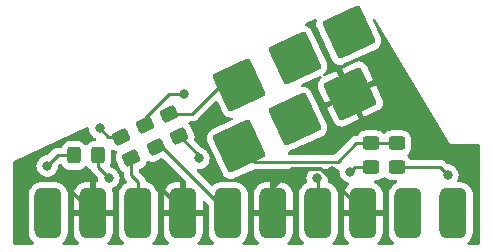
<source format=gbr>
%TF.GenerationSoftware,KiCad,Pcbnew,7.0.10*%
%TF.CreationDate,2024-02-23T21:50:14+01:00*%
%TF.ProjectId,ScartPCB,53636172-7450-4434-922e-6b696361645f,0*%
%TF.SameCoordinates,PX76bb820PY7641700*%
%TF.FileFunction,Copper,L1,Top*%
%TF.FilePolarity,Positive*%
%FSLAX46Y46*%
G04 Gerber Fmt 4.6, Leading zero omitted, Abs format (unit mm)*
G04 Created by KiCad (PCBNEW 7.0.10) date 2024-02-23 21:50:14*
%MOMM*%
%LPD*%
G01*
G04 APERTURE LIST*
G04 Aperture macros list*
%AMRoundRect*
0 Rectangle with rounded corners*
0 $1 Rounding radius*
0 $2 $3 $4 $5 $6 $7 $8 $9 X,Y pos of 4 corners*
0 Add a 4 corners polygon primitive as box body*
4,1,4,$2,$3,$4,$5,$6,$7,$8,$9,$2,$3,0*
0 Add four circle primitives for the rounded corners*
1,1,$1+$1,$2,$3*
1,1,$1+$1,$4,$5*
1,1,$1+$1,$6,$7*
1,1,$1+$1,$8,$9*
0 Add four rect primitives between the rounded corners*
20,1,$1+$1,$2,$3,$4,$5,0*
20,1,$1+$1,$4,$5,$6,$7,0*
20,1,$1+$1,$6,$7,$8,$9,0*
20,1,$1+$1,$8,$9,$2,$3,0*%
G04 Aperture macros list end*
%TA.AperFunction,ComponentPad*%
%ADD10RoundRect,0.250002X1.993386X-0.725533X0.725533X1.993386X-1.993386X0.725533X-0.725533X-1.993386X0*%
%TD*%
%TA.AperFunction,SMDPad,CuDef*%
%ADD11RoundRect,0.250000X0.450000X-0.325000X0.450000X0.325000X-0.450000X0.325000X-0.450000X-0.325000X0*%
%TD*%
%TA.AperFunction,SMDPad,CuDef*%
%ADD12RoundRect,0.571500X-0.571500X-1.562000X0.571500X-1.562000X0.571500X1.562000X-0.571500X1.562000X0*%
%TD*%
%TA.AperFunction,SMDPad,CuDef*%
%ADD13RoundRect,0.250000X0.545189X-0.104372X0.270488X0.484728X-0.545189X0.104372X-0.270488X-0.484728X0*%
%TD*%
%TA.AperFunction,SMDPad,CuDef*%
%ADD14RoundRect,0.250000X-0.325000X-0.450000X0.325000X-0.450000X0.325000X0.450000X-0.325000X0.450000X0*%
%TD*%
%TA.AperFunction,ViaPad*%
%ADD15C,0.800000*%
%TD*%
%TA.AperFunction,Conductor*%
%ADD16C,0.350000*%
%TD*%
%TA.AperFunction,Conductor*%
%ADD17C,0.250000*%
%TD*%
G04 APERTURE END LIST*
D10*
%TO.P,J2,1,Pin_1*%
%TO.N,Net-(J2-Pin_1)*%
X28408000Y17955000D03*
%TD*%
D11*
%TO.P,R6,1*%
%TO.N,Net-(J1-Pin_2)*%
X32472000Y6525000D03*
%TO.P,R6,2*%
%TO.N,AUDIO*%
X32472000Y8575000D03*
%TD*%
D12*
%TO.P,J1,1,Pin_1*%
%TO.N,unconnected-(J1-Pin_1-Pad1)*%
X37247500Y2642500D03*
%TO.P,J1,3,Pin_3*%
%TO.N,unconnected-(J1-Pin_3-Pad3)*%
X33437500Y2642500D03*
%TO.P,J1,5,Pin_5*%
%TO.N,GND*%
X29627500Y2642500D03*
%TO.P,J1,7,Pin_7*%
%TO.N,BLUE*%
X25817500Y2642500D03*
%TO.P,J1,9,Pin_9*%
%TO.N,GND*%
X22007500Y2642500D03*
%TO.P,J1,11,Pin_11*%
%TO.N,GREEN*%
X18197500Y2642500D03*
%TO.P,J1,13,Pin_13*%
%TO.N,GND*%
X14387500Y2642500D03*
%TO.P,J1,15,Pin_15*%
%TO.N,RED*%
X10577500Y2642500D03*
%TO.P,J1,17,Pin_17*%
%TO.N,GND*%
X6767500Y2642500D03*
%TO.P,J1,19,Pin_19*%
%TO.N,unconnected-(J1-Pin_19-Pad19)*%
X2957500Y2642500D03*
%TD*%
D10*
%TO.P,J5,1,Pin_1*%
%TO.N,SYNC*%
X23836000Y10589000D03*
%TD*%
D11*
%TO.P,R5,1*%
%TO.N,Net-(J1-Pin_6)*%
X30313000Y6525000D03*
%TO.P,R5,2*%
%TO.N,AUDIO*%
X30313000Y8575000D03*
%TD*%
D10*
%TO.P,J3,1,Pin_1*%
%TO.N,Net-(J3-Pin_1)*%
X23836000Y15796000D03*
%TD*%
D13*
%TO.P,R2,1*%
%TO.N,GREEN*%
X12047632Y8255930D03*
%TO.P,R2,2*%
%TO.N,Net-(J3-Pin_1)*%
X11181264Y10113860D03*
%TD*%
D10*
%TO.P,J6,1,Pin_1*%
%TO.N,AUDIO*%
X19137000Y8303000D03*
%TD*%
%TO.P,J4,1,Pin_1*%
%TO.N,Net-(J4-Pin_1)*%
X19137000Y13510000D03*
%TD*%
D13*
%TO.P,R1,1*%
%TO.N,RED*%
X9993000Y7287000D03*
%TO.P,R1,2*%
%TO.N,Net-(J2-Pin_1)*%
X9126632Y9144930D03*
%TD*%
D10*
%TO.P,J7,1,Pin_1*%
%TO.N,GND*%
X28535000Y12748000D03*
%TD*%
D14*
%TO.P,R4,1*%
%TO.N,Net-(J1-Pin_20)*%
X5149000Y7541000D03*
%TO.P,R4,2*%
%TO.N,SYNC*%
X7199000Y7541000D03*
%TD*%
D13*
%TO.P,R3,1*%
%TO.N,BLUE*%
X14057000Y9192000D03*
%TO.P,R3,2*%
%TO.N,Net-(J4-Pin_1)*%
X13190632Y11049930D03*
%TD*%
D15*
%TO.N,GND*%
X27011000Y6261147D03*
X12382005Y4911695D03*
%TO.N,BLUE*%
X25741000Y5636000D03*
X15708000Y7287000D03*
%TO.N,Net-(J1-Pin_20)*%
X2881000Y6652000D03*
%TO.N,GND*%
X4405000Y5509000D03*
%TO.N,SYNC*%
X8088000Y5636000D03*
%TO.N,Net-(J1-Pin_6)*%
X28535000Y6144000D03*
%TO.N,Net-(J1-Pin_2)*%
X36790000Y5890000D03*
%TO.N,Net-(J2-Pin_1)*%
X7326000Y9827000D03*
%TO.N,Net-(J3-Pin_1)*%
X14438000Y12748000D03*
%TD*%
D16*
%TO.N,GND*%
X26211869Y6261147D02*
X27011000Y6261147D01*
X26062016Y6411000D02*
X26211869Y6261147D01*
X29627500Y2845516D02*
X29627500Y2642500D01*
X23642501Y6411000D02*
X26062016Y6411000D01*
X22007500Y4775999D02*
X23642501Y6411000D01*
X22007500Y2642500D02*
X22007500Y4775999D01*
X26062016Y6411000D02*
X29627500Y2845516D01*
X14387500Y2906200D02*
X12382005Y4911695D01*
X14387500Y2642500D02*
X14387500Y2906200D01*
D17*
%TO.N,BLUE*%
X15708000Y7541000D02*
X15708000Y7287000D01*
X14057000Y9192000D02*
X15708000Y7541000D01*
X25817500Y5559500D02*
X25817500Y2642500D01*
X25741000Y5636000D02*
X25817500Y5559500D01*
%TO.N,GREEN*%
X12584070Y8255930D02*
X18197500Y2642500D01*
X12047632Y8255930D02*
X12584070Y8255930D01*
%TO.N,RED*%
X9993000Y7287000D02*
X9993000Y5890000D01*
X10577500Y5305500D02*
X10577500Y2642500D01*
X9993000Y5890000D02*
X10577500Y5305500D01*
%TO.N,Net-(J1-Pin_20)*%
X5149000Y7541000D02*
X3770000Y7541000D01*
X3770000Y7541000D02*
X2881000Y6652000D01*
D16*
%TO.N,GND*%
X4405000Y5005000D02*
X6767500Y2642500D01*
X4405000Y5509000D02*
X4405000Y5005000D01*
D17*
%TO.N,SYNC*%
X7199000Y7541000D02*
X7199000Y6525000D01*
X7199000Y6525000D02*
X8088000Y5636000D01*
%TO.N,Net-(J1-Pin_6)*%
X28916000Y6525000D02*
X28535000Y6144000D01*
X30313000Y6525000D02*
X28916000Y6525000D01*
%TO.N,Net-(J1-Pin_2)*%
X36155000Y6525000D02*
X36790000Y5890000D01*
X32472000Y6525000D02*
X36155000Y6525000D01*
%TO.N,Net-(J2-Pin_1)*%
X9126632Y9144930D02*
X8008070Y9144930D01*
X8008070Y9144930D02*
X7326000Y9827000D01*
%TO.N,Net-(J3-Pin_1)*%
X11181264Y10748302D02*
X13180962Y12748000D01*
X13180962Y12748000D02*
X14438000Y12748000D01*
X11181264Y10113860D02*
X11181264Y10748302D01*
%TO.N,Net-(J4-Pin_1)*%
X13190632Y11049930D02*
X15152930Y11049930D01*
X17613000Y13510000D02*
X19137000Y13510000D01*
X15152930Y11049930D02*
X17613000Y13510000D01*
%TO.N,AUDIO*%
X19137000Y8303000D02*
X20453853Y6986147D01*
X30313000Y8575000D02*
X32472000Y8575000D01*
X27472147Y6986147D02*
X29061000Y8575000D01*
X29061000Y8575000D02*
X30313000Y8575000D01*
X20453853Y6986147D02*
X27472147Y6986147D01*
%TD*%
%TA.AperFunction,Conductor*%
%TO.N,GND*%
G36*
X6368682Y9940341D02*
G01*
X6407940Y9881186D01*
X6412890Y9830752D01*
X6412496Y9827000D01*
X6413009Y9822122D01*
X6432457Y9637073D01*
X6450144Y9582639D01*
X6491473Y9455444D01*
X6491476Y9455439D01*
X6586958Y9290059D01*
X6586965Y9290049D01*
X6714744Y9148136D01*
X6733441Y9134552D01*
X6869248Y9035882D01*
X6970940Y8990606D01*
X7025035Y8944627D01*
X7045685Y8876700D01*
X7026333Y8808392D01*
X6973123Y8761390D01*
X6919692Y8749500D01*
X6823456Y8749500D01*
X6719574Y8738888D01*
X6551261Y8683115D01*
X6400347Y8590030D01*
X6400341Y8590025D01*
X6274972Y8464656D01*
X6272834Y8461951D01*
X6270895Y8460579D01*
X6269780Y8459463D01*
X6269589Y8459654D01*
X6214892Y8420924D01*
X6143967Y8417736D01*
X6082577Y8453398D01*
X6075166Y8461951D01*
X6073027Y8464656D01*
X5947658Y8590025D01*
X5947652Y8590030D01*
X5909262Y8613709D01*
X5796738Y8683115D01*
X5696135Y8716451D01*
X5628427Y8738887D01*
X5628420Y8738888D01*
X5524553Y8749500D01*
X4773455Y8749500D01*
X4669574Y8738888D01*
X4501261Y8683115D01*
X4350347Y8590030D01*
X4350341Y8590025D01*
X4224975Y8464659D01*
X4224970Y8464653D01*
X4131883Y8313735D01*
X4114365Y8260867D01*
X4073951Y8202496D01*
X4008395Y8175240D01*
X3994761Y8174500D01*
X3853853Y8174500D01*
X3838011Y8176250D01*
X3837984Y8175956D01*
X3830091Y8176703D01*
X3762001Y8174562D01*
X3758043Y8174500D01*
X3730144Y8174500D01*
X3730138Y8174500D01*
X3730132Y8174499D01*
X3726133Y8173994D01*
X3714313Y8173064D01*
X3670114Y8171675D01*
X3670107Y8171673D01*
X3650649Y8166021D01*
X3631304Y8162015D01*
X3611206Y8159475D01*
X3611198Y8159473D01*
X3570090Y8143198D01*
X3558866Y8139355D01*
X3516409Y8127019D01*
X3498964Y8116703D01*
X3481218Y8108010D01*
X3462382Y8100552D01*
X3426610Y8074563D01*
X3416694Y8068049D01*
X3378637Y8045542D01*
X3364311Y8031216D01*
X3349285Y8018383D01*
X3332895Y8006475D01*
X3332893Y8006473D01*
X3304705Y7972401D01*
X3296719Y7963625D01*
X2930501Y7597405D01*
X2868189Y7563380D01*
X2841405Y7560500D01*
X2785513Y7560500D01*
X2598711Y7520794D01*
X2424247Y7443118D01*
X2269744Y7330865D01*
X2141965Y7188952D01*
X2141958Y7188942D01*
X2049109Y7028122D01*
X2046473Y7023556D01*
X2034963Y6988133D01*
X1987457Y6841928D01*
X1967496Y6652000D01*
X1987457Y6462073D01*
X2007989Y6398885D01*
X2046473Y6280444D01*
X2046476Y6280439D01*
X2141958Y6115059D01*
X2141965Y6115049D01*
X2269744Y5973136D01*
X2290599Y5957984D01*
X2424248Y5860882D01*
X2598712Y5783206D01*
X2785513Y5743500D01*
X2976487Y5743500D01*
X3163288Y5783206D01*
X3337752Y5860882D01*
X3492253Y5973134D01*
X3563015Y6051723D01*
X3620034Y6115049D01*
X3620035Y6115051D01*
X3620040Y6115056D01*
X3715527Y6280444D01*
X3774542Y6462072D01*
X3791907Y6627295D01*
X3818919Y6692948D01*
X3828111Y6703207D01*
X3928729Y6803825D01*
X3991040Y6837849D01*
X4061856Y6832783D01*
X4118692Y6790236D01*
X4130603Y6770340D01*
X4224970Y6617348D01*
X4224975Y6617342D01*
X4350341Y6491976D01*
X4350347Y6491971D01*
X4350348Y6491970D01*
X4501262Y6398885D01*
X4669574Y6343113D01*
X4773455Y6332500D01*
X5524544Y6332501D01*
X5628426Y6343113D01*
X5796738Y6398885D01*
X5947652Y6491970D01*
X6073030Y6617348D01*
X6073031Y6617351D01*
X6075162Y6620044D01*
X6077098Y6621416D01*
X6078220Y6622537D01*
X6078411Y6622346D01*
X6133101Y6661075D01*
X6204026Y6664267D01*
X6265418Y6628608D01*
X6272838Y6620044D01*
X6274971Y6617346D01*
X6400341Y6491976D01*
X6400347Y6491971D01*
X6400348Y6491970D01*
X6537255Y6407525D01*
X6584733Y6354739D01*
X6588259Y6346669D01*
X6596799Y6325100D01*
X6600644Y6313871D01*
X6612982Y6271407D01*
X6623294Y6253969D01*
X6631988Y6236221D01*
X6639444Y6217391D01*
X6639450Y6217380D01*
X6665432Y6181619D01*
X6671949Y6171699D01*
X6694458Y6133638D01*
X6694459Y6133637D01*
X6694461Y6133634D01*
X6708779Y6119316D01*
X6721617Y6104286D01*
X6733526Y6087896D01*
X6733530Y6087891D01*
X6767592Y6059713D01*
X6776373Y6051723D01*
X7140878Y5687217D01*
X7174903Y5624905D01*
X7177092Y5611293D01*
X7194458Y5446069D01*
X7195830Y5439615D01*
X7193804Y5439185D01*
X7195555Y5377971D01*
X7158894Y5317172D01*
X7095182Y5285846D01*
X7073694Y5284000D01*
X7021500Y5284000D01*
X7021500Y2896500D01*
X8418500Y2896500D01*
X8418500Y4286907D01*
X8418499Y4286927D01*
X8415740Y4333239D01*
X8371917Y4534694D01*
X8336929Y4616398D01*
X8328499Y4686893D01*
X8359520Y4750753D01*
X8401505Y4781105D01*
X8544752Y4844882D01*
X8699253Y4957134D01*
X8746828Y5009971D01*
X8827034Y5099049D01*
X8827035Y5099051D01*
X8827040Y5099056D01*
X8922527Y5264444D01*
X8981542Y5446072D01*
X9001504Y5636000D01*
X8981542Y5825928D01*
X8922527Y6007556D01*
X8827040Y6172944D01*
X8827038Y6172946D01*
X8827034Y6172952D01*
X8699255Y6314865D01*
X8544752Y6427118D01*
X8370284Y6504796D01*
X8265240Y6527124D01*
X8202767Y6560852D01*
X8168446Y6623002D01*
X8173174Y6693841D01*
X8184194Y6716512D01*
X8216115Y6768262D01*
X8271887Y6936574D01*
X8282500Y7040455D01*
X8282499Y7895960D01*
X8302501Y7964080D01*
X8356157Y8010573D01*
X8426431Y8020677D01*
X8477737Y8001230D01*
X8513409Y7977768D01*
X8513415Y7977765D01*
X8551015Y7964080D01*
X8680031Y7917122D01*
X8680044Y7917121D01*
X8683372Y7916331D01*
X8685432Y7915156D01*
X8686927Y7914612D01*
X8686834Y7914357D01*
X8745046Y7881161D01*
X8777914Y7818231D01*
X8771542Y7747521D01*
X8766924Y7737190D01*
X8765376Y7734108D01*
X8704731Y7567487D01*
X8704730Y7567485D01*
X8690885Y7449030D01*
X8684146Y7391371D01*
X8699045Y7263910D01*
X8704732Y7215259D01*
X8739012Y7116632D01*
X8739014Y7116628D01*
X8739015Y7116625D01*
X9056440Y6435908D01*
X9109960Y6346244D01*
X9231638Y6217271D01*
X9291631Y6177813D01*
X9302738Y6170508D01*
X9348661Y6116363D01*
X9359500Y6065236D01*
X9359500Y5973854D01*
X9357751Y5958012D01*
X9358044Y5957984D01*
X9357298Y5950093D01*
X9359438Y5882016D01*
X9359500Y5878057D01*
X9359500Y5850149D01*
X9359501Y5850131D01*
X9360007Y5846123D01*
X9360937Y5834304D01*
X9362326Y5790112D01*
X9362327Y5790107D01*
X9367977Y5770661D01*
X9371986Y5751303D01*
X9374525Y5731207D01*
X9374526Y5731200D01*
X9390800Y5690097D01*
X9394644Y5678871D01*
X9406982Y5636407D01*
X9417294Y5618969D01*
X9425988Y5601221D01*
X9433444Y5582391D01*
X9433450Y5582380D01*
X9459432Y5546619D01*
X9465949Y5536699D01*
X9488458Y5498638D01*
X9488459Y5498637D01*
X9488461Y5498634D01*
X9502779Y5484316D01*
X9515617Y5469286D01*
X9527526Y5452896D01*
X9527530Y5452891D01*
X9561592Y5424713D01*
X9570372Y5416723D01*
X9595510Y5391585D01*
X9629536Y5329273D01*
X9624471Y5258458D01*
X9581924Y5201622D01*
X9556015Y5186663D01*
X9486060Y5156707D01*
X9486057Y5156705D01*
X9315246Y5041098D01*
X9315240Y5041093D01*
X9169407Y4895260D01*
X9169402Y4895254D01*
X9053795Y4724443D01*
X9053793Y4724440D01*
X8972601Y4534840D01*
X8928759Y4333299D01*
X8926000Y4286974D01*
X8926000Y998027D01*
X8928759Y951702D01*
X8972601Y750161D01*
X8972602Y750159D01*
X9053795Y560557D01*
X9169184Y390069D01*
X9169402Y389747D01*
X9169407Y389741D01*
X9315240Y243908D01*
X9315246Y243903D01*
X9315247Y243902D01*
X9334536Y230847D01*
X9379739Y176100D01*
X9388167Y105605D01*
X9357146Y41745D01*
X9296523Y4793D01*
X9263912Y500D01*
X8080195Y500D01*
X8012074Y20502D01*
X7965581Y74158D01*
X7955477Y144432D01*
X7984971Y209012D01*
X8009572Y230848D01*
X8029433Y244291D01*
X8029437Y244294D01*
X8175206Y390063D01*
X8175211Y390069D01*
X8290763Y560799D01*
X8290765Y560802D01*
X8371918Y750310D01*
X8415740Y951762D01*
X8418499Y998074D01*
X8418500Y998094D01*
X8418500Y2388500D01*
X5116500Y2388500D01*
X5116500Y998074D01*
X5119259Y951762D01*
X5163081Y750310D01*
X5244234Y560802D01*
X5244236Y560799D01*
X5359788Y390069D01*
X5359793Y390063D01*
X5505562Y244294D01*
X5505566Y244291D01*
X5525428Y230848D01*
X5570631Y176101D01*
X5579061Y105607D01*
X5548040Y41746D01*
X5487418Y4794D01*
X5454805Y500D01*
X4271088Y500D01*
X4202967Y20502D01*
X4156474Y74158D01*
X4146370Y144432D01*
X4175864Y209012D01*
X4200464Y230847D01*
X4219753Y243902D01*
X4365598Y389747D01*
X4481205Y560557D01*
X4562398Y750159D01*
X4606240Y951700D01*
X4609000Y998030D01*
X4609000Y2896500D01*
X5116500Y2896500D01*
X6513500Y2896500D01*
X6513500Y5284000D01*
X6113573Y5284000D01*
X6067261Y5281241D01*
X5865809Y5237419D01*
X5676301Y5156266D01*
X5676298Y5156264D01*
X5505568Y5040712D01*
X5505562Y5040707D01*
X5359793Y4894938D01*
X5359788Y4894932D01*
X5244236Y4724202D01*
X5244234Y4724199D01*
X5163081Y4534691D01*
X5119259Y4333239D01*
X5116500Y4286927D01*
X5116500Y2896500D01*
X4609000Y2896500D01*
X4609000Y4286970D01*
X4606240Y4333300D01*
X4562398Y4534841D01*
X4481205Y4724443D01*
X4365598Y4895253D01*
X4365597Y4895254D01*
X4365592Y4895260D01*
X4219759Y5041093D01*
X4219753Y5041098D01*
X4134130Y5099049D01*
X4048943Y5156705D01*
X4048940Y5156707D01*
X4048939Y5156707D01*
X3859339Y5237899D01*
X3657798Y5281741D01*
X3611473Y5284500D01*
X3611470Y5284500D01*
X2303530Y5284500D01*
X2303526Y5284500D01*
X2257201Y5281741D01*
X2055660Y5237899D01*
X1866060Y5156707D01*
X1866057Y5156705D01*
X1695246Y5041098D01*
X1695240Y5041093D01*
X1549407Y4895260D01*
X1549402Y4895254D01*
X1433795Y4724443D01*
X1433793Y4724440D01*
X1352601Y4534840D01*
X1308759Y4333299D01*
X1306000Y4286974D01*
X1306000Y998027D01*
X1308759Y951702D01*
X1352601Y750161D01*
X1352602Y750159D01*
X1433795Y560557D01*
X1549184Y390069D01*
X1549402Y389747D01*
X1549407Y389741D01*
X1695240Y243908D01*
X1695246Y243903D01*
X1695247Y243902D01*
X1714536Y230847D01*
X1759739Y176100D01*
X1768167Y105605D01*
X1737146Y41745D01*
X1676523Y4793D01*
X1643912Y500D01*
X126500Y500D01*
X58379Y20502D01*
X11886Y74158D01*
X500Y126500D01*
X500Y6920012D01*
X20502Y6988133D01*
X72475Y7033842D01*
X6233559Y9957747D01*
X6303675Y9968882D01*
X6368682Y9940341D01*
G37*
%TD.AperFunction*%
%TA.AperFunction,Conductor*%
G36*
X12672845Y7270691D02*
G01*
X12680186Y7263910D01*
X14604595Y5339501D01*
X14638621Y5277189D01*
X14641500Y5250406D01*
X14641500Y2896500D01*
X16038500Y2896500D01*
X16038500Y3601406D01*
X16058502Y3669527D01*
X16112158Y3716020D01*
X16182432Y3726124D01*
X16247012Y3696630D01*
X16253595Y3690501D01*
X16509095Y3435001D01*
X16543121Y3372689D01*
X16546000Y3345906D01*
X16546000Y998027D01*
X16548759Y951702D01*
X16592601Y750161D01*
X16592602Y750159D01*
X16673795Y560557D01*
X16789184Y390069D01*
X16789402Y389747D01*
X16789407Y389741D01*
X16935240Y243908D01*
X16935246Y243903D01*
X16935247Y243902D01*
X16954536Y230847D01*
X16999739Y176100D01*
X17008167Y105605D01*
X16977146Y41745D01*
X16916523Y4793D01*
X16883912Y500D01*
X15700195Y500D01*
X15632074Y20502D01*
X15585581Y74158D01*
X15575477Y144432D01*
X15604971Y209012D01*
X15629572Y230848D01*
X15649433Y244291D01*
X15649437Y244294D01*
X15795206Y390063D01*
X15795211Y390069D01*
X15910763Y560799D01*
X15910765Y560802D01*
X15991918Y750310D01*
X16035740Y951762D01*
X16038499Y998074D01*
X16038500Y998094D01*
X16038500Y2388500D01*
X12736500Y2388500D01*
X12736500Y998074D01*
X12739259Y951762D01*
X12783081Y750310D01*
X12864234Y560802D01*
X12864236Y560799D01*
X12979788Y390069D01*
X12979793Y390063D01*
X13125562Y244294D01*
X13125566Y244291D01*
X13145428Y230848D01*
X13190631Y176101D01*
X13199061Y105607D01*
X13168040Y41746D01*
X13107418Y4794D01*
X13074805Y500D01*
X11891088Y500D01*
X11822967Y20502D01*
X11776474Y74158D01*
X11766370Y144432D01*
X11795864Y209012D01*
X11820464Y230847D01*
X11839753Y243902D01*
X11985598Y389747D01*
X12101205Y560557D01*
X12182398Y750159D01*
X12226240Y951700D01*
X12229000Y998030D01*
X12229000Y2896500D01*
X12736500Y2896500D01*
X14133500Y2896500D01*
X14133500Y5284000D01*
X13733573Y5284000D01*
X13687261Y5281241D01*
X13485809Y5237419D01*
X13296301Y5156266D01*
X13296298Y5156264D01*
X13125568Y5040712D01*
X13125562Y5040707D01*
X12979793Y4894938D01*
X12979788Y4894932D01*
X12864236Y4724202D01*
X12864234Y4724199D01*
X12783081Y4534691D01*
X12739259Y4333239D01*
X12736500Y4286927D01*
X12736500Y2896500D01*
X12229000Y2896500D01*
X12229000Y4286970D01*
X12226240Y4333300D01*
X12182398Y4534841D01*
X12101205Y4724443D01*
X11985598Y4895253D01*
X11985597Y4895254D01*
X11985592Y4895260D01*
X11839759Y5041093D01*
X11839753Y5041098D01*
X11754130Y5099049D01*
X11668943Y5156705D01*
X11668940Y5156707D01*
X11668939Y5156707D01*
X11531925Y5215380D01*
X11479341Y5237898D01*
X11479338Y5237899D01*
X11479333Y5237901D01*
X11479335Y5237901D01*
X11307673Y5275243D01*
X11245361Y5309268D01*
X11211335Y5371580D01*
X11208519Y5394405D01*
X11208174Y5405389D01*
X11202517Y5424858D01*
X11198512Y5444202D01*
X11195974Y5464297D01*
X11179696Y5505408D01*
X11175856Y5516623D01*
X11163518Y5559093D01*
X11153206Y5576530D01*
X11144510Y5594279D01*
X11137052Y5613117D01*
X11111052Y5648902D01*
X11104559Y5658786D01*
X11082042Y5696862D01*
X11067714Y5711190D01*
X11054884Y5726211D01*
X11042972Y5742607D01*
X11042969Y5742609D01*
X11042969Y5742610D01*
X11008900Y5770795D01*
X11000121Y5778783D01*
X10663404Y6115501D01*
X10629379Y6177813D01*
X10626500Y6204596D01*
X10626500Y6306626D01*
X10646502Y6374747D01*
X10699250Y6420821D01*
X10904553Y6516555D01*
X10994218Y6570076D01*
X11123190Y6691754D01*
X11220625Y6839897D01*
X11281269Y7006515D01*
X11281269Y7006523D01*
X11282522Y7009963D01*
X11324617Y7067135D01*
X11390938Y7092473D01*
X11444017Y7085271D01*
X11585310Y7033844D01*
X11601031Y7028122D01*
X11777144Y7007538D01*
X11777145Y7007538D01*
X11953258Y7028123D01*
X12051891Y7062406D01*
X12537844Y7289011D01*
X12608032Y7299671D01*
X12672845Y7270691D01*
G37*
%TD.AperFunction*%
%TA.AperFunction,Conductor*%
G36*
X17243648Y12140580D02*
G01*
X17300484Y12098033D01*
X17313811Y12075774D01*
X17487434Y11703439D01*
X17745392Y11150247D01*
X17798913Y11060584D01*
X17920592Y10931612D01*
X18068734Y10834176D01*
X18068735Y10834176D01*
X18068736Y10834175D01*
X18118653Y10816007D01*
X18235353Y10773532D01*
X18411467Y10752948D01*
X18483863Y10761410D01*
X18553843Y10749452D01*
X18606251Y10701557D01*
X18624445Y10632931D01*
X18602649Y10565363D01*
X18551739Y10522067D01*
X16777247Y9694608D01*
X16687582Y9641086D01*
X16558612Y9519408D01*
X16461175Y9371265D01*
X16461174Y9371264D01*
X16400532Y9204648D01*
X16379948Y9028534D01*
X16400532Y8852418D01*
X16400533Y8852416D01*
X16434814Y8753791D01*
X16591519Y8417736D01*
X17745392Y5943247D01*
X17798913Y5853584D01*
X17920592Y5724612D01*
X18068734Y5627176D01*
X18068735Y5627176D01*
X18068736Y5627175D01*
X18107361Y5613117D01*
X18235353Y5566532D01*
X18411467Y5545948D01*
X18587580Y5566532D01*
X18686213Y5600816D01*
X20284372Y6346051D01*
X20354563Y6356711D01*
X20368956Y6353896D01*
X20373815Y6352649D01*
X20373823Y6352647D01*
X20394084Y6352647D01*
X20413792Y6351097D01*
X20433796Y6347928D01*
X20477807Y6352089D01*
X20489664Y6352647D01*
X24887473Y6352647D01*
X24955594Y6332645D01*
X25002087Y6278989D01*
X25012191Y6208715D01*
X24996592Y6163647D01*
X24931973Y6051723D01*
X24906473Y6007556D01*
X24895289Y5973136D01*
X24847457Y5825928D01*
X24827496Y5636000D01*
X24847457Y5446072D01*
X24879601Y5347145D01*
X24881629Y5276178D01*
X24844966Y5215380D01*
X24809369Y5192383D01*
X24726065Y5156710D01*
X24726057Y5156705D01*
X24555246Y5041098D01*
X24555240Y5041093D01*
X24409407Y4895260D01*
X24409402Y4895254D01*
X24293795Y4724443D01*
X24293793Y4724440D01*
X24212601Y4534840D01*
X24168759Y4333299D01*
X24166000Y4286974D01*
X24166000Y998027D01*
X24168759Y951702D01*
X24212601Y750161D01*
X24212602Y750159D01*
X24293795Y560557D01*
X24409184Y390069D01*
X24409402Y389747D01*
X24409407Y389741D01*
X24555240Y243908D01*
X24555246Y243903D01*
X24555247Y243902D01*
X24574536Y230847D01*
X24619739Y176100D01*
X24628167Y105605D01*
X24597146Y41745D01*
X24536523Y4793D01*
X24503912Y500D01*
X23320195Y500D01*
X23252074Y20502D01*
X23205581Y74158D01*
X23195477Y144432D01*
X23224971Y209012D01*
X23249572Y230848D01*
X23269433Y244291D01*
X23269437Y244294D01*
X23415206Y390063D01*
X23415211Y390069D01*
X23530763Y560799D01*
X23530765Y560802D01*
X23611918Y750310D01*
X23655740Y951762D01*
X23658499Y998074D01*
X23658500Y998094D01*
X23658500Y2388500D01*
X20356500Y2388500D01*
X20356500Y998074D01*
X20359259Y951762D01*
X20403081Y750310D01*
X20484234Y560802D01*
X20484236Y560799D01*
X20599788Y390069D01*
X20599793Y390063D01*
X20745562Y244294D01*
X20745566Y244291D01*
X20765428Y230848D01*
X20810631Y176101D01*
X20819061Y105607D01*
X20788040Y41746D01*
X20727418Y4794D01*
X20694805Y500D01*
X19511088Y500D01*
X19442967Y20502D01*
X19396474Y74158D01*
X19386370Y144432D01*
X19415864Y209012D01*
X19440464Y230847D01*
X19459753Y243902D01*
X19605598Y389747D01*
X19721205Y560557D01*
X19802398Y750159D01*
X19846240Y951700D01*
X19849000Y998030D01*
X19849000Y2896500D01*
X20356500Y2896500D01*
X21753500Y2896500D01*
X21753500Y5284000D01*
X22261500Y5284000D01*
X22261500Y2896500D01*
X23658500Y2896500D01*
X23658500Y4286907D01*
X23658499Y4286927D01*
X23655740Y4333239D01*
X23611918Y4534691D01*
X23530765Y4724199D01*
X23530763Y4724202D01*
X23415211Y4894932D01*
X23415206Y4894938D01*
X23269437Y5040707D01*
X23269431Y5040712D01*
X23098701Y5156264D01*
X23098698Y5156266D01*
X22909190Y5237419D01*
X22707738Y5281241D01*
X22661426Y5284000D01*
X22261500Y5284000D01*
X21753500Y5284000D01*
X21353573Y5284000D01*
X21307261Y5281241D01*
X21105809Y5237419D01*
X20916301Y5156266D01*
X20916298Y5156264D01*
X20745568Y5040712D01*
X20745562Y5040707D01*
X20599793Y4894938D01*
X20599788Y4894932D01*
X20484236Y4724202D01*
X20484234Y4724199D01*
X20403081Y4534691D01*
X20359259Y4333239D01*
X20356500Y4286927D01*
X20356500Y2896500D01*
X19849000Y2896500D01*
X19849000Y4286970D01*
X19846240Y4333300D01*
X19802398Y4534841D01*
X19721205Y4724443D01*
X19605598Y4895253D01*
X19605597Y4895254D01*
X19605592Y4895260D01*
X19459759Y5041093D01*
X19459753Y5041098D01*
X19374130Y5099049D01*
X19288943Y5156705D01*
X19288940Y5156707D01*
X19288939Y5156707D01*
X19099339Y5237899D01*
X18897798Y5281741D01*
X18851473Y5284500D01*
X18851470Y5284500D01*
X17543530Y5284500D01*
X17543526Y5284500D01*
X17497201Y5281741D01*
X17295660Y5237899D01*
X17106060Y5156707D01*
X17106057Y5156705D01*
X16935246Y5041098D01*
X16935245Y5041097D01*
X16904118Y5009971D01*
X16841805Y4975948D01*
X16770989Y4981015D01*
X16725930Y5009974D01*
X15572499Y6163405D01*
X15538473Y6225717D01*
X15543538Y6296532D01*
X15586085Y6353368D01*
X15652605Y6378179D01*
X15661594Y6378500D01*
X15803487Y6378500D01*
X15990288Y6418206D01*
X16164752Y6495882D01*
X16319253Y6608134D01*
X16327548Y6617346D01*
X16447034Y6750049D01*
X16447035Y6750051D01*
X16447040Y6750056D01*
X16542527Y6915444D01*
X16601542Y7097072D01*
X16621504Y7287000D01*
X16601542Y7476928D01*
X16542527Y7658556D01*
X16447040Y7823944D01*
X16447038Y7823946D01*
X16447034Y7823952D01*
X16319255Y7965865D01*
X16231827Y8029385D01*
X16164752Y8078118D01*
X16009498Y8147241D01*
X15971653Y8173252D01*
X15372174Y8772731D01*
X15338148Y8835043D01*
X15342870Y8904927D01*
X15345269Y8911515D01*
X15365854Y9087629D01*
X15345268Y9263741D01*
X15310985Y9362375D01*
X14993560Y10043092D01*
X14940040Y10132756D01*
X14872858Y10203966D01*
X14840661Y10267240D01*
X14847784Y10337879D01*
X14891967Y10393452D01*
X14959181Y10416317D01*
X14964509Y10416430D01*
X15069077Y10416430D01*
X15084918Y10414681D01*
X15084946Y10414974D01*
X15092832Y10414230D01*
X15092839Y10414228D01*
X15160916Y10416368D01*
X15164875Y10416430D01*
X15192781Y10416430D01*
X15192786Y10416430D01*
X15196797Y10416938D01*
X15208629Y10417869D01*
X15252819Y10419257D01*
X15272277Y10424911D01*
X15291624Y10428917D01*
X15311727Y10431456D01*
X15352840Y10447735D01*
X15364060Y10451577D01*
X15388843Y10458776D01*
X15406521Y10463911D01*
X15406525Y10463913D01*
X15423956Y10474222D01*
X15441710Y10482921D01*
X15460547Y10490378D01*
X15496322Y10516372D01*
X15506228Y10522879D01*
X15544292Y10545388D01*
X15558615Y10559712D01*
X15573654Y10572556D01*
X15590037Y10584458D01*
X15618233Y10618544D01*
X15626202Y10627300D01*
X17110523Y12111621D01*
X17172833Y12145645D01*
X17243648Y12140580D01*
G37*
%TD.AperFunction*%
%TA.AperFunction,Conductor*%
G36*
X27404135Y6350898D02*
G01*
X27404163Y6351191D01*
X27412049Y6350447D01*
X27412056Y6350445D01*
X27480133Y6352585D01*
X27484092Y6352647D01*
X27503488Y6352647D01*
X27571609Y6332645D01*
X27618102Y6278989D01*
X27628798Y6213477D01*
X27622379Y6152405D01*
X27621496Y6144000D01*
X27622634Y6133175D01*
X27641457Y5954073D01*
X27665512Y5880043D01*
X27700473Y5772444D01*
X27707000Y5761139D01*
X27795958Y5607059D01*
X27795965Y5607049D01*
X27923744Y5465136D01*
X27983805Y5421499D01*
X28078248Y5352882D01*
X28252712Y5275206D01*
X28313064Y5262378D01*
X28375538Y5228650D01*
X28409859Y5166501D01*
X28405132Y5095662D01*
X28369460Y5045306D01*
X28369811Y5044955D01*
X28367756Y5042901D01*
X28367105Y5041981D01*
X28365565Y5040710D01*
X28219793Y4894938D01*
X28219788Y4894932D01*
X28104236Y4724202D01*
X28104234Y4724199D01*
X28023081Y4534691D01*
X27979259Y4333239D01*
X27976500Y4286927D01*
X27976500Y2896500D01*
X31278500Y2896500D01*
X31278500Y4286907D01*
X31278499Y4286927D01*
X31275740Y4333239D01*
X31231918Y4534691D01*
X31150765Y4724199D01*
X31150763Y4724202D01*
X31035211Y4894932D01*
X31035206Y4894938D01*
X30889437Y5040707D01*
X30889431Y5040712D01*
X30718701Y5156264D01*
X30718698Y5156266D01*
X30617331Y5199674D01*
X30562584Y5244877D01*
X30540967Y5312503D01*
X30559342Y5381080D01*
X30611876Y5428837D01*
X30666930Y5441501D01*
X30813544Y5441501D01*
X30917426Y5452113D01*
X31085738Y5507885D01*
X31236652Y5600970D01*
X31262858Y5627176D01*
X31303405Y5667722D01*
X31365717Y5701748D01*
X31436532Y5696683D01*
X31481595Y5667722D01*
X31548341Y5600976D01*
X31548347Y5600971D01*
X31548348Y5600970D01*
X31699262Y5507885D01*
X31867574Y5452113D01*
X31971455Y5441500D01*
X32396798Y5441501D01*
X32464917Y5421499D01*
X32511411Y5367844D01*
X32521515Y5297570D01*
X32492022Y5232989D01*
X32446398Y5199675D01*
X32346065Y5156710D01*
X32346057Y5156705D01*
X32175246Y5041098D01*
X32175240Y5041093D01*
X32029407Y4895260D01*
X32029402Y4895254D01*
X31913795Y4724443D01*
X31913793Y4724440D01*
X31832601Y4534840D01*
X31788759Y4333299D01*
X31786000Y4286974D01*
X31786000Y998027D01*
X31788759Y951702D01*
X31832601Y750161D01*
X31832602Y750159D01*
X31913795Y560557D01*
X32029184Y390069D01*
X32029402Y389747D01*
X32029407Y389741D01*
X32175240Y243908D01*
X32175246Y243903D01*
X32175247Y243902D01*
X32194536Y230847D01*
X32239739Y176100D01*
X32248167Y105605D01*
X32217146Y41745D01*
X32156523Y4793D01*
X32123912Y500D01*
X30940195Y500D01*
X30872074Y20502D01*
X30825581Y74158D01*
X30815477Y144432D01*
X30844971Y209012D01*
X30869572Y230848D01*
X30889433Y244291D01*
X30889437Y244294D01*
X31035206Y390063D01*
X31035211Y390069D01*
X31150763Y560799D01*
X31150765Y560802D01*
X31231918Y750310D01*
X31275740Y951762D01*
X31278499Y998074D01*
X31278500Y998094D01*
X31278500Y2388500D01*
X27976500Y2388500D01*
X27976500Y998074D01*
X27979259Y951762D01*
X28023081Y750310D01*
X28104234Y560802D01*
X28104236Y560799D01*
X28219788Y390069D01*
X28219793Y390063D01*
X28365562Y244294D01*
X28365566Y244291D01*
X28385428Y230848D01*
X28430631Y176101D01*
X28439061Y105607D01*
X28408040Y41746D01*
X28347418Y4794D01*
X28314805Y500D01*
X27131088Y500D01*
X27062967Y20502D01*
X27016474Y74158D01*
X27006370Y144432D01*
X27035864Y209012D01*
X27060464Y230847D01*
X27079753Y243902D01*
X27225598Y389747D01*
X27341205Y560557D01*
X27422398Y750159D01*
X27466240Y951700D01*
X27469000Y998030D01*
X27469000Y4286970D01*
X27466240Y4333300D01*
X27422398Y4534841D01*
X27341205Y4724443D01*
X27225598Y4895253D01*
X27225597Y4895254D01*
X27225592Y4895260D01*
X27079759Y5041093D01*
X27079753Y5041098D01*
X26994130Y5099049D01*
X26908943Y5156705D01*
X26908940Y5156707D01*
X26908939Y5156707D01*
X26838985Y5186663D01*
X26719341Y5237898D01*
X26719338Y5237899D01*
X26719335Y5237900D01*
X26713051Y5239267D01*
X26650739Y5273292D01*
X26616714Y5335604D01*
X26620003Y5401325D01*
X26634540Y5446064D01*
X26634542Y5446074D01*
X26635177Y5452114D01*
X26654504Y5636000D01*
X26634542Y5825928D01*
X26575527Y6007556D01*
X26502736Y6133634D01*
X26485408Y6163647D01*
X26468670Y6232642D01*
X26491890Y6299734D01*
X26547698Y6343621D01*
X26594527Y6352647D01*
X27388294Y6352647D01*
X27404135Y6350898D01*
G37*
%TD.AperFunction*%
%TA.AperFunction,Conductor*%
G36*
X25672574Y19101510D02*
G01*
X25711832Y19042355D01*
X25712876Y18971366D01*
X25709873Y18961990D01*
X25671531Y18856646D01*
X25650948Y18680534D01*
X25671532Y18504418D01*
X25671533Y18504416D01*
X25705814Y18405791D01*
X25780597Y18245418D01*
X27016392Y15595247D01*
X27069913Y15505584D01*
X27191592Y15376612D01*
X27339734Y15279176D01*
X27339735Y15279176D01*
X27339736Y15279175D01*
X27389653Y15261007D01*
X27506353Y15218532D01*
X27682467Y15197948D01*
X27858580Y15218532D01*
X27957213Y15252816D01*
X30767753Y16563392D01*
X30857416Y16616913D01*
X30986388Y16738592D01*
X31083824Y16886734D01*
X31144468Y17053353D01*
X31165052Y17229467D01*
X31144468Y17405580D01*
X31110184Y17504213D01*
X30434851Y18952469D01*
X30424191Y19022658D01*
X30453171Y19087470D01*
X30512591Y19126327D01*
X30583585Y19126890D01*
X30643614Y19088981D01*
X30657091Y19070542D01*
X36994850Y8507609D01*
X36998157Y8501068D01*
X36999723Y8499511D01*
X36999868Y8499475D01*
X36999869Y8499474D01*
X36999870Y8499475D01*
X37002016Y8498937D01*
X37009512Y8499500D01*
X39373500Y8499500D01*
X39441621Y8479498D01*
X39488114Y8425842D01*
X39499500Y8373500D01*
X39499500Y126500D01*
X39479498Y58379D01*
X39425842Y11886D01*
X39373500Y500D01*
X38561088Y500D01*
X38492967Y20502D01*
X38446474Y74158D01*
X38436370Y144432D01*
X38465864Y209012D01*
X38490464Y230847D01*
X38509753Y243902D01*
X38655598Y389747D01*
X38771205Y560557D01*
X38852398Y750159D01*
X38896240Y951700D01*
X38899000Y998030D01*
X38899000Y4286970D01*
X38896240Y4333300D01*
X38852398Y4534841D01*
X38771205Y4724443D01*
X38655598Y4895253D01*
X38655597Y4895254D01*
X38655592Y4895260D01*
X38509759Y5041093D01*
X38509753Y5041098D01*
X38424130Y5099049D01*
X38338943Y5156705D01*
X38338940Y5156707D01*
X38338939Y5156707D01*
X38149339Y5237899D01*
X37947798Y5281741D01*
X37901473Y5284500D01*
X37901470Y5284500D01*
X37707698Y5284500D01*
X37639577Y5304502D01*
X37593084Y5358158D01*
X37582980Y5428432D01*
X37598579Y5473500D01*
X37610593Y5494310D01*
X37624527Y5518444D01*
X37683542Y5700072D01*
X37703504Y5890000D01*
X37683542Y6079928D01*
X37624527Y6261556D01*
X37529040Y6426944D01*
X37529038Y6426946D01*
X37529034Y6426952D01*
X37401255Y6568865D01*
X37246752Y6681118D01*
X37072288Y6758794D01*
X36885487Y6798500D01*
X36829595Y6798500D01*
X36761474Y6818502D01*
X36740500Y6835405D01*
X36662244Y6913661D01*
X36652280Y6926098D01*
X36652053Y6925910D01*
X36647000Y6932018D01*
X36597348Y6978644D01*
X36594504Y6981401D01*
X36574777Y7001129D01*
X36574771Y7001134D01*
X36571567Y7003620D01*
X36562556Y7011317D01*
X36530325Y7041583D01*
X36530319Y7041587D01*
X36512563Y7051349D01*
X36496047Y7062198D01*
X36480041Y7074614D01*
X36439464Y7092173D01*
X36428807Y7097395D01*
X36390063Y7118694D01*
X36390060Y7118695D01*
X36370436Y7123734D01*
X36351736Y7130136D01*
X36333145Y7138181D01*
X36333143Y7138182D01*
X36333141Y7138182D01*
X36289474Y7145099D01*
X36277855Y7147505D01*
X36235030Y7158500D01*
X36214776Y7158500D01*
X36195066Y7160051D01*
X36175057Y7163220D01*
X36140518Y7159955D01*
X36131039Y7159059D01*
X36119181Y7158500D01*
X33693220Y7158500D01*
X33625099Y7178502D01*
X33585979Y7218353D01*
X33557879Y7263910D01*
X33521030Y7323652D01*
X33521029Y7323653D01*
X33521024Y7323659D01*
X33395654Y7449029D01*
X33392956Y7451162D01*
X33391584Y7453099D01*
X33390463Y7454220D01*
X33390654Y7454412D01*
X33351925Y7509101D01*
X33348733Y7580026D01*
X33384392Y7641418D01*
X33392956Y7648838D01*
X33395649Y7650969D01*
X33395652Y7650970D01*
X33521030Y7776348D01*
X33614115Y7927262D01*
X33669887Y8095574D01*
X33680500Y8199455D01*
X33680499Y8950544D01*
X33669887Y9054426D01*
X33614115Y9222738D01*
X33521030Y9373652D01*
X33521029Y9373653D01*
X33521024Y9373659D01*
X33395658Y9499025D01*
X33395652Y9499030D01*
X33360461Y9520736D01*
X33244738Y9592115D01*
X33160582Y9620001D01*
X33076427Y9647887D01*
X33076420Y9647888D01*
X32972553Y9658500D01*
X31971455Y9658500D01*
X31867574Y9647888D01*
X31699261Y9592115D01*
X31548347Y9499030D01*
X31548341Y9499025D01*
X31481595Y9432278D01*
X31419283Y9398252D01*
X31348468Y9403317D01*
X31303405Y9432278D01*
X31236658Y9499025D01*
X31236652Y9499030D01*
X31201461Y9520736D01*
X31085738Y9592115D01*
X31001582Y9620001D01*
X30917427Y9647887D01*
X30917420Y9647888D01*
X30813553Y9658500D01*
X29812455Y9658500D01*
X29708574Y9647888D01*
X29540261Y9592115D01*
X29389347Y9499030D01*
X29389341Y9499025D01*
X29263975Y9373659D01*
X29263970Y9373653D01*
X29199865Y9269722D01*
X29147079Y9222244D01*
X29096583Y9209931D01*
X29058923Y9208748D01*
X29053031Y9208562D01*
X29049075Y9208500D01*
X29021144Y9208500D01*
X29018957Y9208224D01*
X29017111Y9207991D01*
X29005304Y9207063D01*
X28961110Y9205674D01*
X28961105Y9205673D01*
X28941660Y9200023D01*
X28922302Y9196014D01*
X28902207Y9193476D01*
X28902205Y9193475D01*
X28861083Y9177195D01*
X28849859Y9173353D01*
X28807410Y9161020D01*
X28807404Y9161018D01*
X28789966Y9150705D01*
X28772220Y9142011D01*
X28753381Y9134552D01*
X28717614Y9108566D01*
X28707698Y9102052D01*
X28669636Y9079542D01*
X28655307Y9065213D01*
X28640281Y9052380D01*
X28623895Y9040475D01*
X28595711Y9006407D01*
X28587723Y8997630D01*
X27246645Y7656551D01*
X27184335Y7622527D01*
X27157552Y7619647D01*
X23362847Y7619647D01*
X23294726Y7639649D01*
X23248233Y7693305D01*
X23238129Y7763579D01*
X23267623Y7828159D01*
X23321478Y7864662D01*
X23346410Y7873329D01*
X23385213Y7886816D01*
X26195753Y9197392D01*
X26285416Y9250913D01*
X26414388Y9372592D01*
X26511824Y9520734D01*
X26572468Y9687353D01*
X26593052Y9863467D01*
X26572468Y10039580D01*
X26538184Y10138213D01*
X25227608Y12948753D01*
X25174087Y13038416D01*
X25052408Y13167388D01*
X24904266Y13264824D01*
X24904264Y13264825D01*
X24904263Y13264826D01*
X24737647Y13325468D01*
X24561534Y13346052D01*
X24561531Y13346052D01*
X24489136Y13337591D01*
X24419154Y13349550D01*
X24366747Y13397446D01*
X24348554Y13466072D01*
X24370351Y13533640D01*
X24421256Y13576931D01*
X25938795Y14284571D01*
X26008983Y14295231D01*
X26073795Y14266251D01*
X26112652Y14206831D01*
X26113215Y14135837D01*
X26078508Y14078727D01*
X25957001Y13964090D01*
X25956997Y13964085D01*
X25859628Y13816044D01*
X25859625Y13816038D01*
X25799023Y13649533D01*
X25799022Y13649531D01*
X25778451Y13473534D01*
X25799022Y13297535D01*
X25799023Y13297532D01*
X25833280Y13198976D01*
X25833284Y13198966D01*
X26381210Y12023932D01*
X27764025Y12668750D01*
X27774650Y12574455D01*
X27832331Y12409612D01*
X27925246Y12261738D01*
X27978664Y12208320D01*
X26595901Y11563526D01*
X27143829Y10388492D01*
X27143834Y10388484D01*
X27197313Y10298887D01*
X27197315Y10298885D01*
X27318915Y10169998D01*
X27466956Y10072629D01*
X27466962Y10072626D01*
X27633467Y10012024D01*
X27633469Y10012023D01*
X27809466Y9991452D01*
X27985465Y10012023D01*
X27985468Y10012024D01*
X28084024Y10046281D01*
X28084034Y10046285D01*
X29259069Y10594213D01*
X28614252Y11977026D01*
X28708545Y11987650D01*
X28873388Y12045331D01*
X29021262Y12138246D01*
X29074680Y12191665D01*
X29719473Y10808904D01*
X30894508Y11356830D01*
X30894516Y11356835D01*
X30984113Y11410314D01*
X30984115Y11410316D01*
X31113002Y11531916D01*
X31210371Y11679957D01*
X31210374Y11679963D01*
X31270976Y11846468D01*
X31270977Y11846470D01*
X31291549Y12022467D01*
X31270977Y12198466D01*
X31270976Y12198469D01*
X31236719Y12297025D01*
X31236715Y12297035D01*
X30688787Y13472071D01*
X29305974Y12827255D01*
X29295350Y12921545D01*
X29237669Y13086388D01*
X29144754Y13234262D01*
X29091333Y13287683D01*
X30474097Y13932476D01*
X29926170Y15107509D01*
X29926165Y15107517D01*
X29872686Y15197114D01*
X29872684Y15197116D01*
X29751084Y15326003D01*
X29603043Y15423372D01*
X29603037Y15423375D01*
X29436532Y15483977D01*
X29436530Y15483978D01*
X29260533Y15504549D01*
X29084534Y15483978D01*
X29084531Y15483977D01*
X28985975Y15449720D01*
X28985965Y15449716D01*
X27810929Y14901789D01*
X28455746Y13518975D01*
X28361455Y13508350D01*
X28196612Y13450669D01*
X28048738Y13357754D01*
X27995318Y13304335D01*
X27350524Y14687099D01*
X26432491Y14259012D01*
X26362299Y14248351D01*
X26297487Y14277331D01*
X26258630Y14336751D01*
X26258067Y14407745D01*
X26292775Y14464856D01*
X26414388Y14579592D01*
X26511824Y14727734D01*
X26572468Y14894353D01*
X26593052Y15070467D01*
X26572468Y15246580D01*
X26538184Y15345213D01*
X25227608Y18155753D01*
X25174087Y18245416D01*
X25052408Y18374388D01*
X24954971Y18438475D01*
X24904265Y18471825D01*
X24774066Y18519213D01*
X24716895Y18561307D01*
X24691557Y18627629D01*
X24706098Y18697120D01*
X24755900Y18747719D01*
X24763116Y18751435D01*
X25537451Y19118916D01*
X25607567Y19130051D01*
X25672574Y19101510D01*
G37*
%TD.AperFunction*%
%TD*%
M02*

</source>
